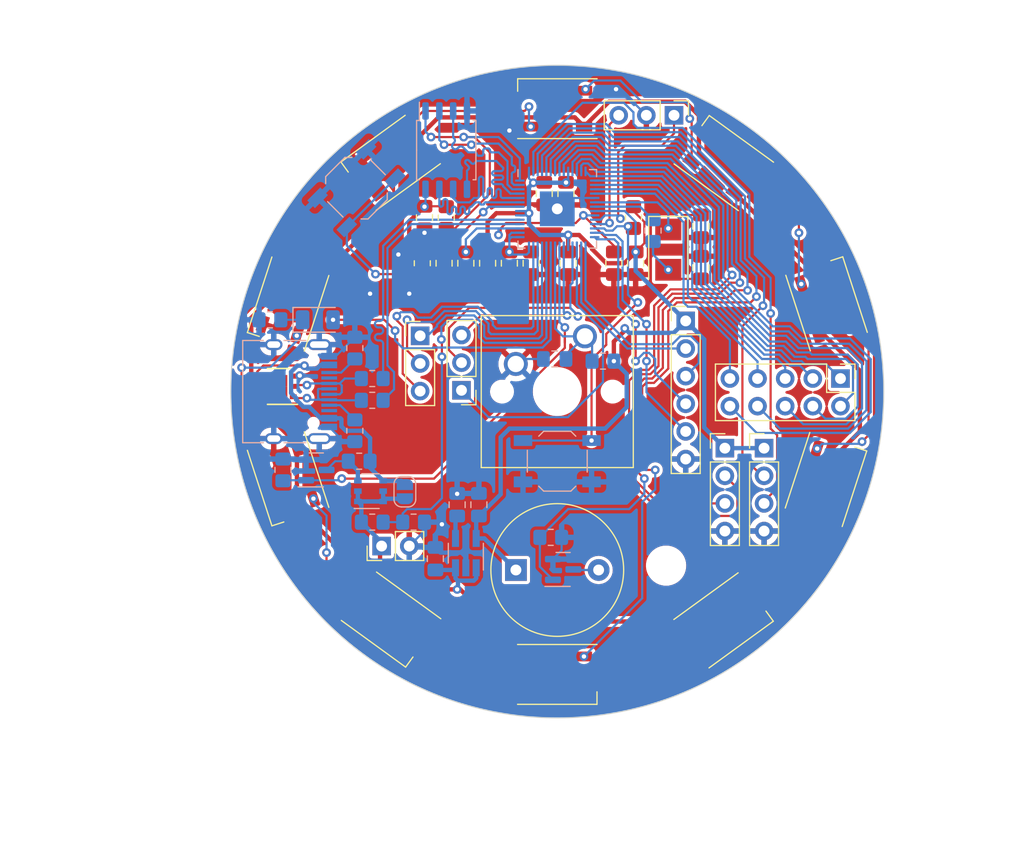
<source format=kicad_pcb>
(kicad_pcb (version 20221018) (generator pcbnew)

  (general
    (thickness 1.6)
  )

  (paper "A4")
  (layers
    (0 "F.Cu" signal)
    (31 "B.Cu" signal)
    (32 "B.Adhes" user "B.Adhesive")
    (33 "F.Adhes" user "F.Adhesive")
    (34 "B.Paste" user)
    (35 "F.Paste" user)
    (36 "B.SilkS" user "B.Silkscreen")
    (37 "F.SilkS" user "F.Silkscreen")
    (38 "B.Mask" user)
    (39 "F.Mask" user)
    (40 "Dwgs.User" user "User.Drawings")
    (41 "Cmts.User" user "User.Comments")
    (42 "Eco1.User" user "User.Eco1")
    (43 "Eco2.User" user "User.Eco2")
    (44 "Edge.Cuts" user)
    (45 "Margin" user)
    (46 "B.CrtYd" user "B.Courtyard")
    (47 "F.CrtYd" user "F.Courtyard")
    (48 "B.Fab" user)
    (49 "F.Fab" user)
    (50 "User.1" user)
    (51 "User.2" user)
    (52 "User.3" user)
    (53 "User.4" user)
    (54 "User.5" user)
    (55 "User.6" user)
    (56 "User.7" user)
    (57 "User.8" user)
    (58 "User.9" user)
  )

  (setup
    (pad_to_mask_clearance 0)
    (pcbplotparams
      (layerselection 0x00010fc_ffffffff)
      (plot_on_all_layers_selection 0x0000000_00000000)
      (disableapertmacros false)
      (usegerberextensions false)
      (usegerberattributes true)
      (usegerberadvancedattributes true)
      (creategerberjobfile true)
      (dashed_line_dash_ratio 12.000000)
      (dashed_line_gap_ratio 3.000000)
      (svgprecision 4)
      (plotframeref false)
      (viasonmask false)
      (mode 1)
      (useauxorigin false)
      (hpglpennumber 1)
      (hpglpenspeed 20)
      (hpglpendiameter 15.000000)
      (dxfpolygonmode true)
      (dxfimperialunits true)
      (dxfusepcbnewfont true)
      (psnegative false)
      (psa4output false)
      (plotreference true)
      (plotvalue true)
      (plotinvisibletext false)
      (sketchpadsonfab false)
      (subtractmaskfromsilk false)
      (outputformat 1)
      (mirror false)
      (drillshape 1)
      (scaleselection 1)
      (outputdirectory "")
    )
  )

  (net 0 "")
  (net 1 "VCC")
  (net 2 "Net-(BZ1--)")
  (net 3 "+BATT")
  (net 4 "GND")
  (net 5 "Net-(U3-NC)")
  (net 6 "+1V1")
  (net 7 "Net-(U1-XIN)")
  (net 8 "Net-(C16-Pad1)")
  (net 9 "Net-(D1-IO1)")
  (net 10 "Net-(D1-IO2)")
  (net 11 "unconnected-(D1-IO3-Pad4)")
  (net 12 "+5V")
  (net 13 "Net-(D2-K)")
  (net 14 "Net-(D2-A)")
  (net 15 "Net-(D3-DOUT)")
  (net 16 "/NEOPIXEL")
  (net 17 "Net-(D4-DOUT)")
  (net 18 "Net-(D5-DOUT)")
  (net 19 "Net-(D6-DOUT)")
  (net 20 "Net-(D7-DOUT)")
  (net 21 "Net-(D8-DOUT)")
  (net 22 "Net-(D10-DIN)")
  (net 23 "Net-(D10-DOUT)")
  (net 24 "Net-(D11-DOUT)")
  (net 25 "unconnected-(D12-DOUT-Pad2)")
  (net 26 "Net-(J1-CC1)")
  (net 27 "unconnected-(J1-SBU1-PadA8)")
  (net 28 "Net-(J1-CC2)")
  (net 29 "unconnected-(J1-SBU2-PadB8)")
  (net 30 "/SWCLK")
  (net 31 "/SWDIO")
  (net 32 "/MOSI")
  (net 33 "/CLK")
  (net 34 "/CS")
  (net 35 "/MISO")
  (net 36 "/SCL")
  (net 37 "/SDA")
  (net 38 "/RX")
  (net 39 "/TX")
  (net 40 "Net-(J7-Pin_1)")
  (net 41 "Net-(J7-Pin_2)")
  (net 42 "Net-(J7-Pin_3)")
  (net 43 "Net-(J7-Pin_4)")
  (net 44 "Net-(J7-Pin_5)")
  (net 45 "Net-(J7-Pin_6)")
  (net 46 "Net-(J7-Pin_7)")
  (net 47 "Net-(J7-Pin_8)")
  (net 48 "Net-(J7-Pin_9)")
  (net 49 "Net-(J7-Pin_10)")
  (net 50 "Net-(J8-Pin_1)")
  (net 51 "Net-(J8-Pin_2)")
  (net 52 "Net-(J8-Pin_3)")
  (net 53 "Net-(J9-Pin_1)")
  (net 54 "Net-(J9-Pin_2)")
  (net 55 "Net-(J9-Pin_3)")
  (net 56 "/CHRG")
  (net 57 "Net-(Q1-D)")
  (net 58 "/BUZZ")
  (net 59 "/V_BATT")
  (net 60 "Net-(U1-XOUT)")
  (net 61 "/RST")
  (net 62 "/DN")
  (net 63 "/DP")
  (net 64 "Net-(U1-QSPI_SS)")
  (net 65 "/BOOT")
  (net 66 "Net-(U1-GPIO24)")
  (net 67 "Net-(U1-QSPI_SD3)")
  (net 68 "Net-(U1-QSPI_SCLK)")
  (net 69 "Net-(U1-QSPI_SD0)")
  (net 70 "Net-(U1-QSPI_SD2)")
  (net 71 "Net-(U1-QSPI_SD1)")

  (footprint "Capacitor_SMD:C_0805_2012Metric_Pad1.18x1.45mm_HandSolder" (layer "F.Cu") (at 143.6 88.2 90))

  (footprint "Capacitor_SMD:C_0805_2012Metric_Pad1.18x1.45mm_HandSolder" (layer "F.Cu") (at 151 88.2 90))

  (footprint "LED_SMD:LED_WS2812B_PLCC4_5.0x5.0mm_P3.2mm" (layer "F.Cu") (at 125.27 91.95 -108))

  (footprint "Connector_PinHeader_2.54mm:PinHeader_1x04_P2.54mm_Vertical" (layer "F.Cu") (at 169 105.2))

  (footprint "LED_SMD:LED_WS2812B_PLCC4_5.0x5.0mm_P3.2mm" (layer "F.Cu") (at 125.27 108.02 -72))

  (footprint "LED_SMD:LED_WS2812B_PLCC4_5.0x5.0mm_P3.2mm" (layer "F.Cu") (at 174.74 91.93 108))

  (footprint "Capacitor_SMD:C_0805_2012Metric_Pad1.18x1.45mm_HandSolder" (layer "F.Cu") (at 157.2 88.2 90))

  (footprint "Button_Switch_Keyboard:SW_Cherry_MX_1.00u_PCB" (layer "F.Cu") (at 152.54 94.92))

  (footprint "Capacitor_SMD:C_0805_2012Metric_Pad1.18x1.45mm_HandSolder" (layer "F.Cu") (at 163.2 88.6 90))

  (footprint "Connector_PinHeader_2.54mm:PinHeader_1x06_P2.54mm_Vertical" (layer "F.Cu") (at 161.8 93.5))

  (footprint "Connector_PinHeader_2.54mm:PinHeader_1x03_P2.54mm_Vertical" (layer "F.Cu") (at 141.2 99.88 180))

  (footprint "LED_SMD:LED_WS2812B_PLCC4_5.0x5.0mm_P3.2mm" (layer "F.Cu") (at 134.69 78.97 -144))

  (footprint "Connector_PinHeader_2.54mm:PinHeader_1x03_P2.54mm_Vertical" (layer "F.Cu") (at 160.725 74.6 -90))

  (footprint "Crystal:Crystal_SMD_5032-2Pin_5.0x3.2mm" (layer "F.Cu") (at 160.2 86.95 -90))

  (footprint "Capacitor_SMD:C_0805_2012Metric_Pad1.18x1.45mm_HandSolder" (layer "F.Cu") (at 148.8 81.8 90))

  (footprint "Capacitor_SMD:C_0805_2012Metric_Pad1.18x1.45mm_HandSolder" (layer "F.Cu") (at 163.2 84.8 -90))

  (footprint "Connector_PinHeader_2.54mm:PinHeader_1x04_P2.54mm_Vertical" (layer "F.Cu") (at 165.4 105.2))

  (footprint "LED_SMD:LED_WS2812B_PLCC4_5.0x5.0mm_P3.2mm" (layer "F.Cu") (at 134.73 120.96 -36))

  (footprint "LED_SMD:LED_WS2812B_PLCC4_5.0x5.0mm_P3.2mm" (layer "F.Cu") (at 174.69 108.08 72))

  (footprint "Connector_PinHeader_2.54mm:PinHeader_1x03_P2.54mm_Vertical" (layer "F.Cu") (at 137.4 94.875))

  (footprint "Buzzer_Beeper:Buzzer_12x9.5RM7.6" (layer "F.Cu") (at 146.2 116.4))

  (footprint "LED_SMD:LED_WS2812B_PLCC4_5.0x5.0mm_P3.2mm" (layer "F.Cu") (at 165.3 78.99 144))

  (footprint "Capacitor_SMD:C_0805_2012Metric_Pad1.18x1.45mm_HandSolder" (layer "F.Cu") (at 139.6 88.2 90))

  (footprint "Resistor_SMD:R_0805_2012Metric_Pad1.20x1.40mm_HandSolder" (layer "F.Cu") (at 137.6 88.2 90))

  (footprint "Capacitor_SMD:C_0805_2012Metric_Pad1.18x1.45mm_HandSolder" (layer "F.Cu") (at 137.8 84 -90))

  (footprint "Capacitor_SMD:C_0805_2012Metric_Pad1.18x1.45mm_HandSolder" (layer "F.Cu") (at 150.8 81.8 90))

  (footprint "Capacitor_SMD:C_0805_2012Metric_Pad1.18x1.45mm_HandSolder" (layer "F.Cu") (at 147.6 88.2 90))

  (footprint "Capacitor_SMD:C_0805_2012Metric_Pad1.18x1.45mm_HandSolder" (layer "F.Cu") (at 155.2 88.2 90))

  (footprint "MountingHole:MountingHole_3.2mm_M3" (layer "F.Cu") (at 160 116))

  (footprint "LED_SMD:LED_WS2812B_PLCC4_5.0x5.0mm_P3.2mm" (layer "F.Cu") (at 150 126))

  (footprint "Resistor_SMD:R_0805_2012Metric_Pad1.20x1.40mm_HandSolder" (layer "F.Cu") (at 157 84 -90))

  (footprint "LED_SMD:LED_WS2812B_PLCC4_5.0x5.0mm_P3.2mm" (layer "F.Cu") (at 150.01 73.99 180))

  (footprint "Capacitor_SMD:C_0805_2012Metric_Pad1.18x1.45mm_HandSolder" (layer "F.Cu") (at 141.6 88.2 90))

  (footprint "Connector_PinHeader_2.54mm:PinHeader_2x05_P2.54mm_Vertical" (layer "F.Cu") (at 176.02 98.8 -90))

  (footprint "Resistor_SMD:R_0805_2012Metric_Pad1.20x1.40mm_HandSolder" (layer "F.Cu") (at 139.8 84 90))

  (footprint "Connector_PinHeader_2.54mm:PinHeader_1x02_P2.54mm_Vertical" (layer "F.Cu") (at 133.86 114.2 90))

  (footprint "Capacitor_SMD:C_0805_2012Metric_Pad1.18x1.45mm_HandSolder" (layer "F.Cu") (at 145.6 88.2 90))

  (footprint "LED_SMD:LED_WS2812B_PLCC4_5.0x5.0mm_P3.2mm" (layer "F.Cu") (at 165.28 121.03 36))

  (footprint "Package_SON:WSON-6-1EP_3x3mm_P0.95mm" (layer "F.Cu") (at 124.4 99.525 180))

  (footprint "Package_TO_SOT_SMD:SOT-23" (layer "B.Cu") (at 150.5375 116.35))

  (footprint "Resistor_SMD:R_0805_2012Metric_Pad1.20x1.40mm_HandSolder" (layer "B.Cu") (at 133 98.8 180))

  (footprint "Package_TO_SOT_SMD:SOT-23-5_HandSoldering" (layer "B.Cu") (at 141.6 114.85 90))

  (footprint "Capacitor_SMD:C_0805_2012Metric_Pad1.18x1.45mm_HandSolder" (layer "B.Cu") (at 142.8 110.4 90))

  (footprint "Package_SO:SOIC-8_5.23x5.23mm_P1.27mm" (layer "B.Cu") (at 139.8 77.8 -90))

  (footprint "Resistor_SMD:R_0805_2012Metric_Pad1.20x1.40mm_HandSolder" (layer "B.Cu") (at 131.4 96 -90))

  (footprint "Resistor_SMD:R_0805_2012Metric_Pad1.20x1.40mm_HandSolder" (layer "B.Cu") (at 158.8 85.2 90))

  (footprint "Resistor_SMD:R_0805_2012Metric_Pad1.20x1.40mm_HandSolder" (layer "B.Cu") (at 123.6 93.4 180))

  (footprint "Connector_USB:USB_C_Receptacle_HRO_TYPE-C-31-M-12" (layer "B.Cu") (at 125 100 90))

  (footprint "Button_Switch_SMD:SW_SPST_TL3342" (layer "B.Cu")
    (tstamp 54934d69-42fc-43a2-aea5-68037e5c8900)
    (at 131.55 81.3 45)
    (descr "Low-profile SMD Tactile Switch, https://www.e-switch.com/system/asset/product_line/data_sheet/165/TL3342.pdf")
    (tags "SPST Tactile Switch")
    (property "Sheetfile" "timer_button.kicad_sch")
    (property "Sheetname" "")
    (property "ki_description" "Push button switch, generic, two pins")
    (property "ki_keywords" "switch normally-open pushbutton push-button")
    (path "/3ed2ce38-002d-4743-b396-cce245aca0f6")
    (attr smd)
    (fp_text reference "SW2" (at 0 3.75 45) (layer "B.SilkS") hide
        (effects (font (size 1 1) (thickness 0.15)) (justify mirror))
      (tstamp 6ce08a39-1cfd-4e2c-90aa-fb11bd70ca68)
    )
    (fp_text value "SW_Push" (at 0 -3.75 45) (layer "B.Fab")
        (effects (font (size 1 1) (thickness 0.15)) (justify mirror))
      (tstamp 04b44d8d-39ce-4896-8837-9c2987a8cf2e)
    )
    (fp_text user "${REFERENCE}" (at 0 3.75 45) (layer "B.Fab")
        (effects (font (size 1 1) (thickness 0.15)) (justify mirror))
      (tstamp a5aeb92b-9d4c-4f33-aea9-2536ab645697)
    )
    (fp_line (start -2.75 1) (end -2.75 -1)
      (stroke (width 0.12) (type solid)) (layer "B.SilkS") (tstamp 7ff102b0-472d-4606-88ea-0ef5f2d44524))
    (fp_line (start -1.7 -2.3) (end -1.25 -2.75)
      (stroke (width 0.12) (type solid)) (layer "B.SilkS") (tstamp ee7292b0-4353-43d7-a8b6-eae641eabf72))
    (fp_line (start -1.7 2.3) (end -1.25 2.75)
      (stroke (width 0.12) (type solid)) (layer "B.SilkS") (tstamp 561851a5-e8b8-4377-819e-a9ee7c31120a))
    (fp_line (start -1.25 -2.75) (end 1.25 -2.75)
      (stroke (width 0.12) (type solid)) (layer "B.SilkS") (tstamp 19f626b9-2b7f-4deb-8e02-5495f2a1cc33))
    (fp_line (start -1.25 2.75) (end 1.25 2.75)
      (stroke (width 0.12) (type solid)) (layer "B.SilkS") (tstamp 0d7e9b45-b359-4823-8966-866cdc04306d))
    (fp_line (start 1.7 -2.3) (end 1.25 -2.75)
      (stroke (width 0.12) (type solid)) (layer "B.SilkS") (tstamp 0767a7ff-3a81-4bd9-8584-e40c88fcaf4a))
    (fp_line (start 1.7 2.3) (end 1.25 2.75)
      (stroke (width 0.12) (type solid)) (layer "B.SilkS") (tstamp cbdcc08f-ef2b-46bc-88af-4d6d6e34a14e))
    (fp_line (start 2.75 1) (end 2.75 -1)
      (stroke (width 0.12) (type solid)) (layer "B.SilkS") (tstamp 7016586d-eec7-4cf3-ac6d-fc84620116ed))
    (fp_line (start -4.25 -3) (end -4.25 3)
      (stroke (width 0.05) (type solid)) (layer "B.CrtYd") (tstamp 9048af2c-a126-42da-9a0a-3c9f604e4f56))
    (fp_line (start -4.25 3) (end 4.25 3)
      (stroke (width 0.05) (type solid)) (layer "B.CrtYd") (tstamp 02306ae3-cb4a-46e1-9ca6-dacc5dd0a83c))
    (fp_line (start 4.25 -3) (end -4.25 -3)
      (stroke (width 0.05) (type solid)) (layer "B.CrtYd") (tstamp 0f8e8e16-5824-40ce-9df4-7700a9d9b591))
    (fp_line (start 4.25 3) (end 4.25 -3)
      (stroke (width 0.05) (type solid)) (layer "B.CrtYd") (tstamp 88ec161b-6afc-4271-9937-cd12b423ea02))
    (fp_line (start -3.2 -2.1) (end -3.2 -1.6)
      (stroke (width 0.1) (type solid)) (layer "B.Fab") (tstamp d77e7dcd-c5a1-4be2-a8ee-5c85cb9a70c2))
    (fp_line (start -3.2 -1.6) (end -2.2 -1.6)
      (stroke (width 0.1) (type solid)) (layer "B.Fab") (tstamp bac9393f-db34-406e-9c7e-83bd7fe08395))
    (fp_line (start -3.2 1.6) (end -2.2 1.6)
      (stroke (width 0.1) (type solid)) (layer "B.Fab") (tstamp 736ce504-53e1-4209-be4d-edb24676db44))
    (fp_line (start -3.2 2.1) (end -3.2 1.6)
      (stroke (width 0.1) (type solid)) (layer "B.Fab") (tstamp ce2c1c34-ee0b-4c6e-8545-394d08e5309b))
    (fp_line (start -2.7 -2.1) (end -2.7 -1.6)
      (stroke (width 0.1) (type solid)) (layer "B.Fab") (tstamp f88d7a82-eed2-4bc2-b67a-5aa179e33e77))
    (fp_line (start -2.7 2.1) (end -2.7 1.6)
      (stroke (width 0.1) (type solid)) (layer "B.Fab") (tstamp 8163e868
... [692211 chars truncated]
</source>
